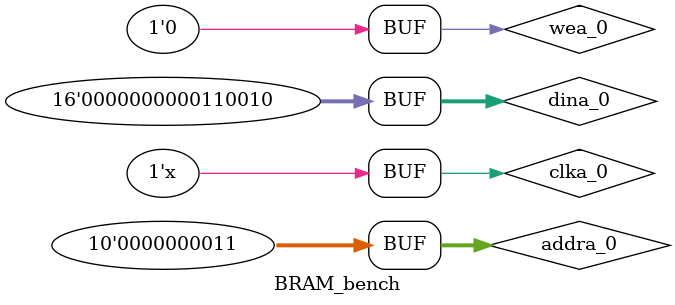
<source format=v>
`timescale 1ns / 1ps

module BRAM_bench();

reg [9:0] addra_0;
reg [15:0] dina_0;
reg clka_0, wea_0;
wire [15:0] douta_0;


block_ram_wrapper UUT (.clka_0(clka_0), .dina_0(dina_0), .addra_0(addra_0), .wea_0(wea_0), .douta_0(douta_0));

always #10 clka_0 = ~clka_0;

initial
begin

 clka_0 = 0;
 wea_0 = 0;
 
 #10
 wea_0 = 1;
addra_0 = 2;
dina_0 = 23;
 
 #40
addra_0 = 3;
dina_0 = 45;
 
 #40
addra_0 = 1;
dina_0 = 50;
 
 #20
 wea_0 = 0;
 #20
 
 #20
addra_0 = 1;
 
 #40 
addra_0 = 2;
 
 #40
addra_0 = 3;
 
 end

endmodule

</source>
